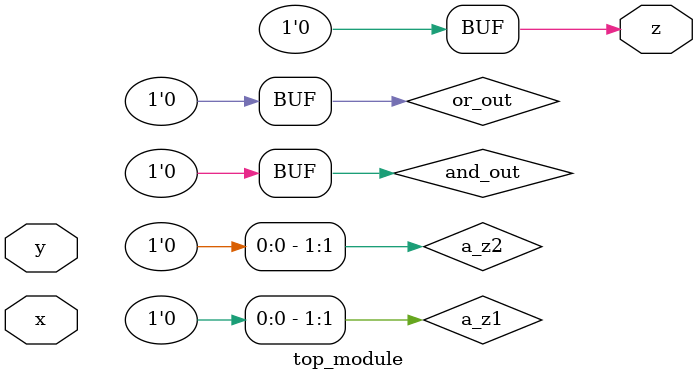
<source format=sv>
module A(
	input x,
	input y,
	output z);

	assign z = (x ^ y) & x;

endmodule
module B(
	input x,
	input y,
	output z);

	reg [1:0] state;
	reg [1:0] next_state;

	always @(x, y)
	begin
		case (state)
			2'd0: next_state = 2'd1;
			2'd1: next_state = 2'd1;
			2'd2: next_state = 2'd1;
			2'd3: next_state = 2'd1;
		endcase
	end

	always @(posedge clk)
	begin
		state <= next_state;
	end

	always @(state)
	begin
		case (state)
			2'd0: z = 1'b1;
			2'd1: z = 1'b0;
			2'd2: z = 1'b0;
			2'd3: z = 1'b1;
		endcase
	end

endmodule
module top_module(
	input x,
	input y,
	output z);

	wire [1:0] a_z1;
	wire [1:0] a_z2;
	wire or_out;
	wire and_out;

	A a1 (
		.x(x),
		.y(y),
		.z(a_z1)
	);

	B b1 (
		.x(x),
		.y(y),
		.z(a_z1[0])
	);

	A a2 (
		.x(x),
		.y(y),
		.z(a_z2)
	);

	B b2 (
		.x(x),
		.y(y),
		.z(a_z2[0])
	);

	assign or_out = a_z1[1] | a_z2[1];
	assign and_out = a_z1[1] & a_z2[1];
	assign z = or_out ^ and_out;

endmodule

</source>
